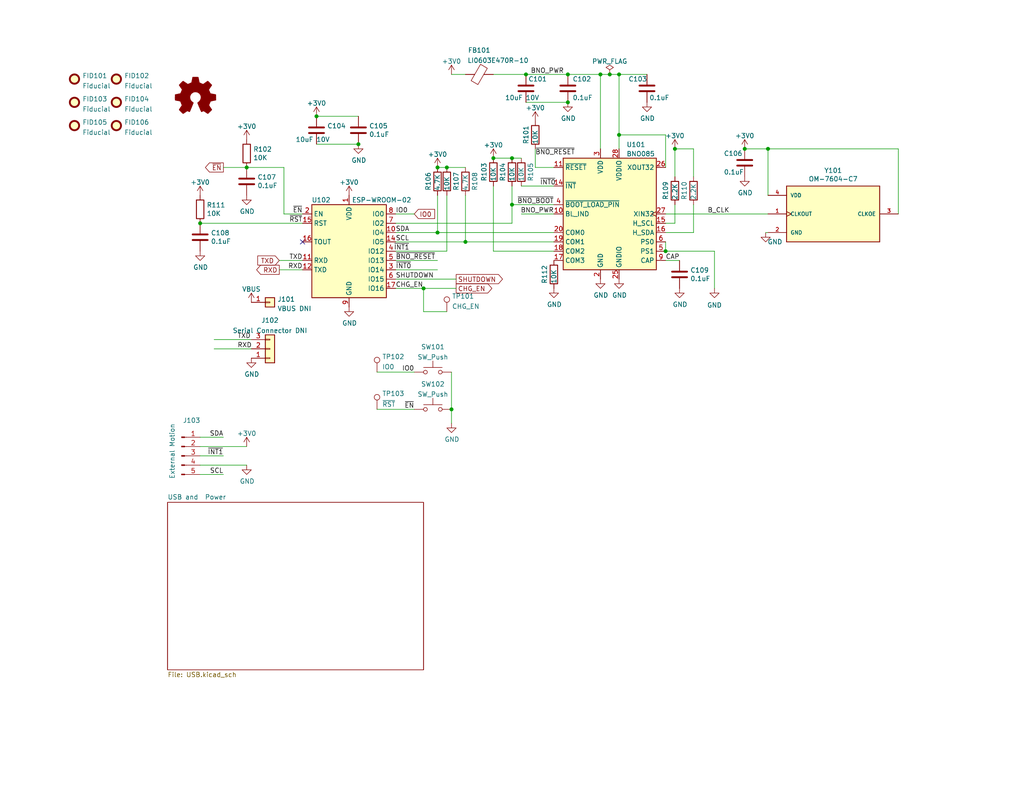
<source format=kicad_sch>
(kicad_sch (version 20211123) (generator eeschema)
  (paper "USLetter")
  (title_block (title "Slime VR Motion Tracker") (date "2022-03-20") (rev "0.97") (company "Copyright © 2022 Aaron Williams"))
  (lib_symbols
    (symbol "Aaron:OM-7604-C7" (pin_names (offset 1.016))
      (property "Reference" "Y" (at -12.7 8.89 0))
      (property "Value" "OM-7604-C7" (at -12.7254 -10.1854 0))
      (symbol "OM-7604-C7_0_0"
        (rectangle (start -12.7 -7.62) (end 12.7 7.62) (stroke (width 0.254)) (fill (type background)))
        (pin output clock (at 17.78 0 180) (length 5.08) (name "CLKOUT") (number "1"))
        (pin power_in line (at 17.78 -5.08 180) (length 5.08) (name "GND") (number "2"))
        (pin input line (at -17.78 0 0) (length 5.08) (name "CLKOE") (number "3"))
        (pin power_in line (at 17.78 5.08 180) (length 5.08) (name "VDD") (number "4"))
      )
    )
    (symbol "Connector:Conn_01x05_Male" (pin_names (offset 1.016) hide)
      (property "Reference" "J" (at 0 7.62 0))
      (property "Value" "Conn_01x05_Male" (at 0 -7.62 0))
      (symbol "Conn_01x05_Male_1_1"
        (polyline (pts (xy 1.27 -5.08) (xy 0.8636 -5.08)) (stroke (width 0.1524)))
        (polyline (pts (xy 1.27 -2.54) (xy 0.8636 -2.54)) (stroke (width 0.1524)))
        (polyline (pts (xy 1.27 0) (xy 0.8636 0)) (stroke (width 0.1524)))
        (polyline (pts (xy 1.27 2.54) (xy 0.8636 2.54)) (stroke (width 0.1524)))
        (polyline (pts (xy 1.27 5.08) (xy 0.8636 5.08)) (stroke (width 0.1524)))
        (rectangle (start 0.8636 -4.953) (end 0 -5.207) (stroke (width 0.1524)) (fill (type outline)))
        (rectangle (start 0.8636 -2.413) (end 0 -2.667) (stroke (width 0.1524)) (fill (type outline)))
        (rectangle (start 0.8636 0.127) (end 0 -0.127) (stroke (width 0.1524)) (fill (type outline)))
        (rectangle (start 0.8636 2.667) (end 0 2.413) (stroke (width 0.1524)) (fill (type outline)))
        (rectangle (start 0.8636 5.207) (end 0 4.953) (stroke (width 0.1524)) (fill (type outline)))
        (pin passive line (at 5.08 5.08 180) (length 3.81) (name "Pin_1") (number "1"))
        (pin passive line (at 5.08 2.54 180) (length 3.81) (name "Pin_2") (number "2"))
        (pin passive line (at 5.08 0 180) (length 3.81) (name "Pin_3") (number "3"))
        (pin passive line (at 5.08 -2.54 180) (length 3.81) (name "Pin_4") (number "4"))
        (pin passive line (at 5.08 -5.08 180) (length 3.81) (name "Pin_5") (number "5"))
      )
    )
    (symbol "Connector:TestPoint" (pin_numbers hide) (pin_names (offset 0.762) hide)
      (property "Reference" "TP" (at 0 6.858 0))
      (property "Value" "TestPoint" (at 0 5.08 0))
      (symbol "TestPoint_0_1"
        (circle (center 0 3.302) (radius 0.762))
      )
      (symbol "TestPoint_1_1"
        (pin passive line (at 0 0 90) (length 2.54) (name "1") (number "1"))
      )
    )
    (symbol "Connector_Generic:Conn_01x01" (pin_names (offset 1.016) hide)
      (property "Reference" "J" (at 0 2.54 0))
      (property "Value" "Conn_01x01" (at 0 -2.54 0))
      (symbol "Conn_01x01_1_1"
        (rectangle (start -1.27 0.127) (end 0 -0.127) (stroke (width 0.1524)))
        (rectangle (start -1.27 1.27) (end 1.27 -1.27) (stroke (width 0.254)) (fill (type background)))
        (pin passive line (at -5.08 0 0) (length 3.81) (name "Pin_1") (number "1"))
      )
    )
    (symbol "Connector_Generic:Conn_01x03" (pin_names (offset 1.016) hide)
      (property "Reference" "J" (at 0 5.08 0))
      (property "Value" "Conn_01x03" (at 0 -5.08 0))
      (symbol "Conn_01x03_1_1"
        (rectangle (start -1.27 -2.413) (end 0 -2.667) (stroke (width 0.1524)))
        (rectangle (start -1.27 0.127) (end 0 -0.127) (stroke (width 0.1524)))
        (rectangle (start -1.27 2.667) (end 0 2.413) (stroke (width 0.1524)))
        (rectangle (start -1.27 3.81) (end 1.27 -3.81) (stroke (width 0.254)) (fill (type background)))
        (pin passive line (at -5.08 2.54 0) (length 3.81) (name "Pin_1") (number "1"))
        (pin passive line (at -5.08 0 0) (length 3.81) (name "Pin_2") (number "2"))
        (pin passive line (at -5.08 -2.54 0) (length 3.81) (name "Pin_3") (number "3"))
      )
    )
    (symbol "Device:C" (pin_numbers hide) (pin_names (offset 0.254))
      (property "Reference" "C" (at 0.635 2.54 0))
      (property "Value" "C" (at 0.635 -2.54 0))
      (symbol "C_0_1"
        (polyline (pts (xy -2.032 -0.762) (xy 2.032 -0.762)) (stroke (width 0.508)))
        (polyline (pts (xy -2.032 0.762) (xy 2.032 0.762)) (stroke (width 0.508)))
      )
      (symbol "C_1_1"
        (pin passive line (at 0 3.81 270) (length 2.794) (name "~") (number "1"))
        (pin passive line (at 0 -3.81 90) (length 2.794) (name "~") (number "2"))
      )
    )
    (symbol "Device:FerriteBead" (pin_numbers hide) (pin_names (offset 0))
      (property "Reference" "FB" (at -3.81 0.635 90))
      (property "Value" "FerriteBead" (at 3.81 0 90))
      (symbol "FerriteBead_0_1"
        (polyline (pts (xy 0 -1.27) (xy 0 -1.2192)))
        (polyline (pts (xy 0 1.27) (xy 0 1.2954)))
        (polyline (pts (xy -2.7686 0.4064) (xy -1.7018 2.2606) (xy 2.7686 -0.3048) (xy 1.6764 -2.159) (xy -2.7686 0.4064)))
      )
      (symbol "FerriteBead_1_1"
        (pin passive line (at 0 3.81 270) (length 2.54) (name "~") (number "1"))
        (pin passive line (at 0 -3.81 90) (length 2.54) (name "~") (number "2"))
      )
    )
    (symbol "Device:R" (pin_numbers hide) (pin_names (offset 0))
      (property "Reference" "R" (at 2.032 0 90))
      (property "Value" "R" (at 0 0 90))
      (symbol "R_0_1"
        (rectangle (start -1.016 -2.54) (end 1.016 2.54) (stroke (width 0.254)))
      )
      (symbol "R_1_1"
        (pin passive line (at 0 3.81 270) (length 1.27) (name "~") (number "1"))
        (pin passive line (at 0 -3.81 90) (length 1.27) (name "~") (number "2"))
      )
    )
    (symbol "Graphic:Logo_Open_Hardware_Small" (pin_names (offset 1.016))
      (symbol "Logo_Open_Hardware_Small_0_1"
        (polyline (pts (xy 3.3528 -4.3434) (xy 3.302 -4.318) (xy 3.175 -4.2418) (xy 2.9972 -4.1148) (xy 2.7686 -3.9624) (xy 2.54 -3.81) (xy 2.3622 -3.7084) (xy 2.2352 -3.6068) (xy 2.1844 -3.5814) (xy 2.159 -3.6068) (xy 2.0574 -3.6576) (xy 1.905 -3.7338) (xy 1.8034 -3.7846) (xy 1.6764 -3.8354) (xy 1.6002 -3.8354) (xy 1.6002 -3.8354) (xy 1.5494 -3.7338) (xy 1.4732 -3.5306) (xy 1.3462 -3.302) (xy 1.2446 -3.0226) (xy 1.1176 -2.7178) (xy 0.9652 -2.413) (xy 0.8636 -2.1082) (xy 0.7366 -1.8288) (xy 0.6604 -1.6256) (xy 0.6096 -1.4732) (xy 0.5842 -1.397) (xy 0.5842 -1.397) (xy 0.6604 -1.3208) (xy 0.7874 -1.2446) (xy 1.0414 -1.016) (xy 1.2954 -0.6858) (xy 1.4478 -0.3302) (xy 1.524 0.0762) (xy 1.4732 0.4572) (xy 1.3208 0.8128) (xy 1.0668 1.143) (xy 0.762 1.3716) (xy 0.4064 1.524) (xy 0 1.5748) (xy -0.381 1.5494) (xy -0.7366 1.397) (xy -1.0668 1.143) (xy -1.2192 0.9906) (xy -1.397 0.6604) (xy -1.524 0.3048) (xy -1.524 0.2286) (xy -1.4986 -0.1778) (xy -1.397 -0.5334) (xy -1.1938 -0.8636) (xy -0.9144 -1.143) (xy -0.8636 -1.1684) (xy -0.7366 -1.27) (xy -0.635 -1.3462) (xy -0.5842 -1.397) (xy -1.0668 -2.5908) (xy -1.143 -2.794) (xy -1.2954 -3.1242) (xy -1.397 -3.4036) (xy -1.4986 -3.6322) (xy -1.5748 -3.7846) (xy -1.6002 -3.8354) (xy -1.6002 -3.8354) (xy -1.651 -3.8354) (xy -1.7272 -3.81) (xy -1.905 -3.7338) (xy -2.0066 -3.683) (xy -2.1336 -3.6068) (xy -2.2098 -3.5814) (xy -2.2606 -3.6068) (xy -2.3622 -3.683) (xy -2.54 -3.81) (xy -2.7686 -3.9624) (xy -2.9718 -4.0894) (xy -3.1496 -4.2164) (xy -3.302 -4.318) (xy -3.3528 -4.3434) (xy -3.3782 -4.3434) (xy -3.429 -4.318) (xy -3.5306 -4.2164) (xy -3.7084 -4.064) (xy -3.937 -3.8354) (xy -3.9624 -3.81) (xy -4.1656 -3.6068) (xy -4.318 -3.4544) (xy -4.4196 -3.3274) (xy -4.445 -3.2766) (xy -4.445 -3.2766) (xy -4.4196 -3.2258) (xy -4.318 -3.0734) (xy -4.2164 -2.8956) (xy -4.064 -2.667) (xy -3.6576 -2.0828) (xy -3.8862 -1.5494) (xy -3.937 -1.3716) (xy -4.0386 -1.1684) (xy -4.0894 -1.0414) (xy -4.1148 -0.9652) (xy -4.191 -0.9398) (xy -4.318 -0.9144) (xy -4.5466 -0.8636) (xy -4.8006 -0.8128) (xy -5.0546 -0.7874) (xy -5.2578 -0.7366) (xy -5.4356 -0.7112) (xy -5.5118 -0.6858) (xy -5.5118 -0.6858) (xy -5.5372 -0.635) (xy -5.5372 -0.5588) (xy -5.5372 -0.4318) (xy -5.5626 -0.2286) (xy -5.5626 0.0762) (xy -5.5626 0.127) (xy -5.5372 0.4064) (xy -5.5372 0.635) (xy -5.5372 0.762) (xy -5.5372 0.8382) (xy -5.5372 0.8382) (xy -5.461 0.8382) (xy -5.3086 0.889) (xy -5.08 0.9144) (xy -4.826 0.9652) (xy -4.8006 0.9906) (xy -4.5466 1.0414) (xy -4.318 1.0668) (xy -4.1656 1.1176) (xy -4.0894 1.143) (xy -4.0894 1.143) (xy -4.0386 1.2446) (xy -3.9624 1.4224) (xy -3.8608 1.6256) (xy -3.7846 1.8288) (xy -3.7084 2.0066) (xy -3.6576 2.159) (xy -3.6322 2.2098) (xy -3.6322 2.2098) (xy -3.683 2.286) (xy -3.7592 2.413) (xy -3.8862 2.5908) (xy -4.064 2.8194) (xy -4.064 2.8448) (xy -4.2164 3.0734) (xy -4.3434 3.2512) (xy -4.4196 3.3782) (xy -4.445 3.4544) (xy -4.445 3.4544) (xy -4.3942 3.5052) (xy -4.2926 3.6322) (xy -4.1148 3.81) (xy -3.937 4.0132) (xy -3.8608 4.064) (xy -3.6576 4.2926) (xy -3.5052 4.4196) (xy -3.4036 4.4958) (xy -3.3528 4.5212) (xy -3.3528 4.5212) (xy -3.302 4.4704) (xy -3.1496 4.3688) (xy -2.9718 4.2418) (xy -2.7432 4.0894) (xy -2.7178 4.0894) (xy -2.4892 3.937) (xy -2.3114 3.81) (xy -2.1844 3.7084) (xy -2.1336 3.683) (xy -2.1082 3.683) (xy -2.032 3.7084) (xy -1.8542 3.7592) (xy -1.6764 3.8354) (xy -1.4732 3.937) (xy -1.27 4.0132) (xy -1.143 4.064) (xy -1.0668 4.1148) (xy -1.0668 4.1148) (xy -1.0414 4.191) (xy -1.016 4.3434) (xy -0.9652 4.572) (xy -0.9144 4.8514) (xy -0.889 4.9022) (xy -0.8382 5.1562) (xy -0.8128 5.3848) (xy -0.7874 5.5372) (xy -0.762 5.588) (xy -0.7112 5.6134) (xy -0.5842 5.6134) (xy -0.4064 5.6134) (xy -0.1524 5.6134) (xy 0.0762 5.6134) (xy 0.3302 5.6134) (xy 0.5334 5.6134) (xy 0.6858 5.588) (xy 0.7366 5.588) (xy 0.7366 5.588) (xy 0.762 5.5118) (xy 0.8128 5.334) (xy 0.8382 5.1054) (xy 0.9144 4.826) (xy 0.9144 4.7752) (xy 0.9652 4.5212) (xy 1.016 4.2926) (xy 1.0414 4.1402) (xy 1.0668 4.0894) (xy 1.0668 4.0894) (xy 1.1938 4.0386) (xy 1.3716 3.9624) (xy 1.5748 3.8608) (xy 2.0828 3.6576) (xy 2.7178 4.0894) (xy 2.7686 4.1402) (xy 2.9972 4.2926) (xy 3.175 4.4196) (xy 3.302 4.4958) (xy 3.3782 4.5212) (xy 3.3782 4.5212) (xy 3.429 4.4704) (xy 3.556 4.3434) (xy 3.7338 4.191) (xy 3.9116 3.9878) (xy 4.064 3.8354) (xy 4.2418 3.6576) (xy 4.3434 3.556) (xy 4.4196 3.4798) (xy 4.4196 3.429) (xy 4.4196 3.4036) (xy 4.3942 3.3274) (xy 4.2926 3.2004) (xy 4.1656 2.9972) (xy 4.0132 2.794) (xy 3.8862 2.5908) (xy 3.7592 2.3876) (xy 3.6576 2.2352) (xy 3.6322 2.159) (xy 3.6322 2.1336) (xy 3.683 2.0066) (xy 3.7592 1.8288) (xy 3.8608 1.6002) (xy 4.064 1.1176) (xy 4.3942 1.0414) (xy 4.5974 1.016) (xy 4.8768 0.9652) (xy 5.1308 0.9144) (xy 5.5372 0.8382) (xy 5.5626 -0.6604) (xy 5.4864 -0.6858) (xy 5.4356 -0.6858) (xy 5.2832 -0.7366) (xy 5.0546 -0.762) (xy 4.8006 -0.8128) (xy 4.5974 -0.8636) (xy 4.3688 -0.9144) (xy 4.2164 -0.9398) (xy 4.1402 -0.9398) (xy 4.1148 -0.9652) (xy 4.064 -1.0668) (xy 3.9878 -1.2446) (xy 3.9116 -1.4478) (xy 3.81 -1.651) (xy 3.7338 -1.8542) (xy 3.683 -2.0066) (xy 3.6576 -2.0828) (xy 3.683 -2.1336) (xy 3.7846 -2.2606) (xy 3.8862 -2.4638) (xy 4.0386 -2.667) (xy 4.191 -2.8956) (xy 4.318 -3.0734) (xy 4.3942 -3.2004) (xy 4.445 -3.2766) (xy 4.4196 -3.3274) (xy 4.3434 -3.429) (xy 4.1656 -3.5814) (xy 3.937 -3.8354) (xy 3.8862 -3.8608) (xy 3.683 -4.064) (xy 3.5306 -4.2164) (xy 3.4036 -4.318) (xy 3.3528 -4.3434)) (fill (type outline)))
      )
    )
    (symbol "Mechanical:Fiducial"
      (property "Reference" "FID" (at 0 5.08 0))
      (property "Value" "Fiducial" (at 0 3.175 0))
      (symbol "Fiducial_0_1"
        (circle (center 0 0) (radius 1.27) (stroke (width 0.508)) (fill (type background)))
      )
    )
    (symbol "RF_Module:ESP-WROOM-02"
      (property "Reference" "U" (at -7.62 13.97 0))
      (property "Value" "ESP-WROOM-02" (at 10.16 13.97 0))
      (symbol "ESP-WROOM-02_0_1"
        (rectangle (start 10.16 12.7) (end -10.16 -12.7) (stroke (width 0.254)) (fill (type background)))
      )
      (symbol "ESP-WROOM-02_1_1"
        (pin power_in line (at 0 15.24 270) (length 2.54) (name "VDD") (number "1"))
        (pin bidirectional line (at 12.7 5.08 180) (length 2.54) (name "IO4") (number "10"))
        (pin bidirectional line (at -12.7 -2.54 0) (length 2.54) (name "RXD") (number "11"))
        (pin bidirectional line (at -12.7 -5.08 0) (length 2.54) (name "TXD") (number "12"))
        (pin passive line (at 0 -15.24 90) (length 2.54) hide (name "GND") (number "13"))
        (pin bidirectional line (at 12.7 2.54 180) (length 2.54) (name "IO5") (number "14"))
        (pin input line (at -12.7 7.62 0) (length 2.54) (name "RST") (number "15"))
        (pin input line (at -12.7 2.54 0) (length 2.54) (name "TOUT") (number "16"))
        (pin bidirectional line (at 12.7 -10.16 180) (length 2.54) (name "IO16") (number "17"))
        (pin passive line (at 0 -15.24 90) (length 2.54) hide (name "GND") (number "18"))
        (pin passive line (at 0 -15.24 90) (length 2.54) hide (name "GND") (number "19"))
        (pin input line (at -12.7 10.16 0) (length 2.54) (name "EN") (number "2"))
        (pin bidirectional line (at 12.7 -5.08 180) (length 2.54) (name "IO14") (number "3"))
        (pin bidirectional line (at 12.7 0 180) (length 2.54) (name "IO12") (number "4"))
        (pin bidirectional line (at 12.7 -2.54 180) (length 2.54) (name "IO13") (number "5"))
        (pin bidirectional line (at 12.7 -7.62 180) (length 2.54) (name "IO15") (number "6"))
        (pin bidirectional line (at 12.7 7.62 180) (length 2.54) (name "IO2") (number "7"))
        (pin bidirectional line (at 12.7 10.16 180) (length 2.54) (name "IO0") (number "8"))
        (pin power_in line (at 0 -15.24 90) (length 2.54) (name "GND") (number "9"))
      )
    )
    (symbol "Sensor_Motion:BNO080"
      (property "Reference" "U301" (at 6.985 19.05 0))
      (property "Value" "BNO080" (at 7.62 16.51 0))
      (symbol "BNO080_0_1"
        (rectangle (start -12.7 15.24) (end 12.7 -15.24) (stroke (width 0.254)) (fill (type background)))
      )
      (symbol "BNO080_1_1"
        (pin no_connect line (at -15.24 10.16 0) (length 2.54) hide (name "PIN1") (number "1"))
        (pin input line (at -15.24 0 0) (length 2.54) (name "BL_IND") (number "10"))
        (pin input line (at -15.24 12.7 0) (length 2.54) (name "~{RESET}") (number "11"))
        (pin no_connect line (at 15.24 10.16 180) (length 2.54) hide (name "NC") (number "12"))
        (pin no_connect line (at 15.24 7.62 180) (length 2.54) hide (name "NC") (number "13"))
        (pin open_collector line (at -15.24 7.62 0) (length 2.54) (name "~{INT}") (number "14"))
        (pin bidirectional line (at 15.24 -2.54 180) (length 2.54) (name "H_SCL") (number "15"))
        (pin bidirectional line (at 15.24 -5.08 180) (length 2.54) (name "H_SDA") (number "16"))
        (pin input line (at -15.24 -12.7 0) (length 2.54) (name "COM3") (number "17"))
        (pin bidirectional line (at -15.24 -10.16 0) (length 2.54) (name "COM2") (number "18"))
        (pin bidirectional line (at -15.24 -7.62 0) (length 2.54) (name "COM1") (number "19"))
        (pin power_in line (at -2.54 -17.78 90) (length 2.54) (name "GND") (number "2"))
        (pin bidirectional line (at -15.24 -5.08 0) (length 2.54) (name "COM0") (number "20"))
        (pin no_connect line (at 15.24 5.08 180) (length 2.54) hide (name "NC") (number "21"))
        (pin no_connect line (at 15.24 2.54 180) (length 2.54) hide (name "NC") (number "22"))
        (pin no_connect line (at -1.27 -2.54 180) (length 2.54) hide (name "NC") (number "23"))
        (pin no_connect line (at -1.27 -5.08 180) (length 2.54) hide (name "NC") (number "24"))
        (pin power_in line (at 2.54 -17.78 90) (length 2.54) (name "GNDIO") (number "25"))
        (pin passive line (at 15.24 12.7 180) (length 2.54) (name "XOUT32") (number "26"))
        (pin input clock (at 15.24 0 180) (length 2.54) (name "XIN32") (number "27"))
        (pin power_in line (at 2.54 17.78 270) (length 2.54) (name "VDDIO") (number "28"))
        (pin power_in line (at -2.54 17.78 270) (length 2.54) (name "VDD") (number "3"))
        (pin input line (at -15.24 2.54 0) (length 2.54) (name "~{BOOT_LOAD_PIN}") (number "4"))
        (pin input line (at 15.24 -10.16 180) (length 2.54) (name "PS1") (number "5"))
        (pin input line (at 15.24 -7.62 180) (length 2.54) (name "PS0") (number "6"))
        (pin no_connect line (at -15.24 5.08 0) (length 2.54) hide (name "PIN7") (number "7"))
        (pin no_connect line (at -15.24 -2.54 0) (length 2.54) hide (name "PIN8") (number "8"))
        (pin passive line (at 15.24 -12.7 180) (length 2.54) (name "CAP") (number "9"))
      )
    )
    (symbol "Switch:SW_Push" (pin_numbers hide) (pin_names (offset 1.016) hide)
      (property "Reference" "SW" (at 1.27 2.54 0))
      (property "Value" "SW_Push" (at 0 -1.524 0))
      (symbol "SW_Push_0_1"
        (circle (center -2.032 0) (radius 0.508))
        (polyline (pts (xy 0 1.27) (xy 0 3.048)))
        (polyline (pts (xy 2.54 1.27) (xy -2.54 1.27)))
        (circle (center 2.032 0) (radius 0.508))
        (pin passive line (at -5.08 0 0) (length 2.54) (name "1") (number "1"))
        (pin passive line (at 5.08 0 180) (length 2.54) (name "2") (number "2"))
      )
    )
    (symbol "power:+3V0" (power) (pin_names (offset 0))
      (property "Value" "+3V0" (at 0 3.556 0))
      (symbol "+3V0_0_1"
        (polyline (pts (xy -0.762 1.27) (xy 0 2.54)))
        (polyline (pts (xy 0 0) (xy 0 2.54)))
        (polyline (pts (xy 0 2.54) (xy 0.762 1.27)))
      )
      (symbol "+3V0_1_1"
        (pin power_in line (at 0 0 90) (length 0) hide (name "+3V0") (number "1"))
      )
    )
    (symbol "power:GND" (power) (pin_names (offset 0))
      (property "Value" "GND" (at 0 -3.81 0))
      (symbol "GND_0_1"
        (polyline (pts (xy 0 0) (xy 0 -1.27) (xy 1.27 -1.27) (xy 0 -2.54) (xy -1.27 -1.27) (xy 0 -1.27)))
      )
      (symbol "GND_1_1"
        (pin power_in line (at 0 0 270) (length 0) hide (name "GND") (number "1"))
      )
    )
    (symbol "power:PWR_FLAG" (power) (pin_numbers hide) (pin_names (offset 0) hide)
      (property "Value" "PWR_FLAG" (at 0 3.81 0))
      (symbol "PWR_FLAG_0_0"
        (pin power_out line (at 0 0 90) (length 0) (name "pwr") (number "1"))
      )
      (symbol "PWR_FLAG_0_1"
        (polyline (pts (xy 0 0) (xy 0 1.27) (xy -1.016 1.905) (xy 0 2.54) (xy 1.016 1.905) (xy 0 1.27)))
      )
    )
    (symbol "power:VBUS" (power) (pin_names (offset 0))
      (property "Value" "VBUS" (at 0 3.81 0))
      (symbol "VBUS_0_1"
        (polyline (pts (xy -0.762 1.27) (xy 0 2.54)))
        (polyline (pts (xy 0 0) (xy 0 2.54)))
        (polyline (pts (xy 0 2.54) (xy 0.762 1.27)))
      )
      (symbol "VBUS_1_1"
        (pin power_in line (at 0 0 90) (length 0) hide (name "VBUS") (number "1"))
      )
    )
  )
  (junction (at 209.55 40.64))
  (junction (at 143.51 20.32))
  (junction (at 154.94 27.94))
  (junction (at 86.36 31.75))
  (junction (at 97.79 39.37))
  (junction (at 139.7 55.88))
  (junction (at 139.7 43.18))
  (junction (at 54.61 60.96))
  (junction (at 119.38 63.5))
  (junction (at 168.91 36.83))
  (junction (at 166.37 20.32))
  (junction (at 163.83 20.32))
  (junction (at 127 66.04))
  (junction (at 123.19 111.76))
  (junction (at 154.94 20.32))
  (junction (at 115.57 78.74))
  (junction (at 168.91 20.32))
  (junction (at 184.15 40.64))
  (junction (at 119.38 45.72))
  (junction (at 181.61 68.58))
  (junction (at 121.92 45.72))
  (junction (at 67.31 45.72))
  (junction (at 203.2 40.64))
  (junction (at 134.62 43.18))
  (no_connect (at 82.55 66.04))
  (wire (pts (xy 146.05 45.72) (xy 151.13 45.72)))
  (wire (pts (xy 86.36 39.37) (xy 97.79 39.37)))
  (wire (pts (xy 107.95 78.74) (xy 115.57 78.74)))
  (wire (pts (xy 77.47 58.42) (xy 82.55 58.42)))
  (wire (pts (xy 181.61 58.42) (xy 209.55 58.42)))
  (wire (pts (xy 151.13 63.5) (xy 119.38 63.5)))
  (wire (pts (xy 107.95 71.12) (xy 119.38 71.12)))
  (wire (pts (xy 168.91 20.32) (xy 176.53 20.32)))
  (wire (pts (xy 60.96 124.46) (xy 54.61 124.46)))
  (wire (pts (xy 76.2 73.66) (xy 82.55 73.66)))
  (wire (pts (xy 181.61 68.58) (xy 194.945 68.58)))
  (wire (pts (xy 181.61 36.83) (xy 168.91 36.83)))
  (wire (pts (xy 184.15 40.64) (xy 184.15 48.26)))
  (wire (pts (xy 184.15 55.88) (xy 184.15 60.96)))
  (wire (pts (xy 115.57 78.74) (xy 124.46 78.74)))
  (wire (pts (xy 54.61 129.54) (xy 60.96 129.54)))
  (wire (pts (xy 151.13 55.88) (xy 139.7 55.88)))
  (wire (pts (xy 107.95 60.96) (xy 139.7 60.96)))
  (wire (pts (xy 102.87 111.76) (xy 113.03 111.76)))
  (wire (pts (xy 102.87 101.6) (xy 113.03 101.6)))
  (wire (pts (xy 163.83 20.32) (xy 163.83 40.64)))
  (wire (pts (xy 163.83 20.32) (xy 166.37 20.32)))
  (wire (pts (xy 123.19 111.76) (xy 123.19 115.57)))
  (wire (pts (xy 107.95 58.42) (xy 113.03 58.42)))
  (wire (pts (xy 203.2 40.64) (xy 209.55 40.64)))
  (wire (pts (xy 54.61 60.96) (xy 82.55 60.96)))
  (wire (pts (xy 143.51 27.94) (xy 154.94 27.94)))
  (wire (pts (xy 181.61 63.5) (xy 189.23 63.5)))
  (wire (pts (xy 58.42 92.71) (xy 68.58 92.71)))
  (wire (pts (xy 184.15 40.64) (xy 189.23 40.64)))
  (wire (pts (xy 107.95 76.2) (xy 124.46 76.2)))
  (wire (pts (xy 54.61 121.92) (xy 67.31 121.92)))
  (wire (pts (xy 181.61 66.04) (xy 181.61 68.58)))
  (wire (pts (xy 166.37 20.32) (xy 168.91 20.32)))
  (wire (pts (xy 115.57 85.09) (xy 115.57 78.74)))
  (wire (pts (xy 107.95 66.04) (xy 127 66.04)))
  (wire (pts (xy 168.91 36.83) (xy 168.91 40.64)))
  (wire (pts (xy 209.55 63.5) (xy 208.915 63.5)))
  (wire (pts (xy 121.92 53.34) (xy 121.92 68.58)))
  (wire (pts (xy 119.38 45.72) (xy 121.92 45.72)))
  (wire (pts (xy 134.62 20.32) (xy 143.51 20.32)))
  (wire (pts (xy 154.94 20.32) (xy 163.83 20.32)))
  (wire (pts (xy 139.7 60.96) (xy 139.7 55.88)))
  (wire (pts (xy 185.42 71.12) (xy 181.61 71.12)))
  (wire (pts (xy 67.31 45.72) (xy 77.47 45.72)))
  (wire (pts (xy 146.05 45.72) (xy 146.05 40.64)))
  (wire (pts (xy 121.92 85.09) (xy 115.57 85.09)))
  (wire (pts (xy 194.945 68.58) (xy 194.945 78.74)))
  (wire (pts (xy 82.55 71.12) (xy 76.2 71.12)))
  (wire (pts (xy 189.23 48.26) (xy 189.23 40.64)))
  (wire (pts (xy 107.95 68.58) (xy 121.92 68.58)))
  (wire (pts (xy 181.61 60.96) (xy 184.15 60.96)))
  (wire (pts (xy 139.7 43.18) (xy 142.24 43.18)))
  (wire (pts (xy 58.42 95.25) (xy 68.58 95.25)))
  (wire (pts (xy 142.24 58.42) (xy 151.13 58.42)))
  (wire (pts (xy 127 66.04) (xy 151.13 66.04)))
  (wire (pts (xy 107.95 73.66) (xy 119.38 73.66)))
  (wire (pts (xy 123.19 101.6) (xy 123.19 111.76)))
  (wire (pts (xy 86.36 31.75) (xy 97.79 31.75)))
  (wire (pts (xy 54.61 119.38) (xy 60.96 119.38)))
  (wire (pts (xy 209.55 40.64) (xy 209.55 53.34)))
  (wire (pts (xy 60.96 45.72) (xy 67.31 45.72)))
  (wire (pts (xy 121.92 45.72) (xy 127 45.72)))
  (wire (pts (xy 77.47 45.72) (xy 77.47 58.42)))
  (wire (pts (xy 142.24 50.8) (xy 151.13 50.8)))
  (wire (pts (xy 119.38 53.34) (xy 119.38 63.5)))
  (wire (pts (xy 123.19 20.32) (xy 127 20.32)))
  (wire (pts (xy 143.51 20.32) (xy 154.94 20.32)))
  (wire (pts (xy 139.7 55.88) (xy 139.7 50.8)))
  (wire (pts (xy 127 66.04) (xy 127 53.34)))
  (wire (pts (xy 245.11 40.64) (xy 245.11 58.42)))
  (wire (pts (xy 134.62 50.8) (xy 134.62 68.58)))
  (wire (pts (xy 107.95 63.5) (xy 119.38 63.5)))
  (wire (pts (xy 54.61 127) (xy 67.31 127)))
  (wire (pts (xy 209.55 40.64) (xy 245.11 40.64)))
  (wire (pts (xy 134.62 43.18) (xy 139.7 43.18)))
  (wire (pts (xy 134.62 68.58) (xy 151.13 68.58)))
  (wire (pts (xy 168.91 20.32) (xy 168.91 36.83)))
  (wire (pts (xy 181.61 36.83) (xy 181.61 45.72)))
  (wire (pts (xy 189.23 63.5) (xy 189.23 55.88)))
  (label "~{EN}" (at 113.03 111.76 180))
  (label "IO0" (at 113.03 101.6 180))
  (label "TXD" (at 82.55 71.12 180))
  (label "SCL" (at 107.95 66.04 0))
  (label "~{RST}" (at 82.55 60.96 180))
  (label "IO0" (at 107.95 58.42 0))
  (label "~{INT1}" (at 111.76 68.58 180))
  (label "BNO_PWR" (at 151.13 58.42 180))
  (label "CAP" (at 181.61 71.12 0))
  (label "SDA" (at 107.95 63.5 0))
  (label "~{EN}" (at 82.55 58.42 180))
  (label "SHUTDOWN" (at 107.95 76.2 0))
  (label "~{BNO_RESET}" (at 146.05 42.545 0))
  (label "BNO_PWR" (at 144.78 20.32 0))
  (label "SCL" (at 60.96 129.54 180))
  (label "~{BNO_RESET}" (at 107.95 71.12 0))
  (label "~{BNO_BOOT}" (at 151.13 55.88 180))
  (label "~{INT0}" (at 147.32 50.8 0))
  (label "RXD" (at 82.55 73.66 180))
  (label "CHG_EN" (at 107.95 78.74 0))
  (label "~{INT0}" (at 107.95 73.66 0))
  (label "SDA" (at 60.96 119.38 180))
  (label "B_CLK" (at 193.04 58.42 0))
  (label "~{INT1}" (at 60.96 124.46 180))
  (label "TXD" (at 64.77 92.71 0))
  (label "RXD" (at 64.77 95.25 0))
  (global_label "RXD" (shape output) (at 76.2 73.66 180) (property "Intersheet References" "${INTERSHEET_REFS}" (effects hide)))
  (global_label "CHG_EN" (shape output) (at 124.46 78.74 0) (property "Intersheet References" "${INTERSHEET_REFS}" (effects hide)))
  (global_label "IO0" (shape input) (at 113.03 58.42 0) (property "Intersheet References" "${INTERSHEET_REFS}" (effects hide)))
  (global_label "SHUTDOWN" (shape output) (at 124.46 76.2 0) (property "Intersheet References" "${INTERSHEET_REFS}" (effects hide)))
  (global_label "TXD" (shape input) (at 76.2 71.12 180) (property "Intersheet References" "${INTERSHEET_REFS}" (effects hide)))
  (global_label "~{EN}" (shape output) (at 60.96 45.72 180) (property "Intersheet References" "${INTERSHEET_REFS}" (effects hide)))
  (symbol (lib_id "RF_Module:ESP-WROOM-02") (at 95.25 68.58 0) (unit 1)
    (property "Reference" "U102" (at 87.63 54.61 0))
    (property "Value" "ESP-WROOM-02" (at 104.14 54.61 0))
    (property "Footprint" "RF_Module:ESP-WROOM-02" (effects hide))
    (property "Datasheet" "https://www.espressif.com/sites/default/files/documentation/0c-esp-wroom-02_datasheet_en.pdf" (effects hide))
    (property "MFR" "Espressif Systems" (effects hide))
    (property "MPN" "ESP-WROOM-02D (4MB)" (effects hide))
    (property "SPR" "Digikey" (effects hide))
    (property "SPN" "1965-ESP-WROOM-02D(4MB)CT-ND" (effects hide))
    (property "SPURL" "https://www.digikey.com/en/products/detail/espressif-systems/ESP-WROOM-02D-4MB/10259353" (effects hide))
    (property "DESC" "WiFi 802.11b/g/n Transceiver Module 2.4GHz ~ 2.5GHz Integrated, Trace Surface Mount" (effects hide))
    (property "MANUFACTURER" "Espressif Systems" (effects hide))
  )
  (symbol (lib_id "Device:R") (at 119.38 49.53 0) (unit 1)
    (property "Reference" "R106" (at 116.84 52.07 90) (effects (justify left)))
    (property "Value" "4.7K" (at 119.38 52.07 90) (effects (justify left)))
    (property "Footprint" "Resistor_SMD:R_0603_1608Metric" (effects hide))
    (property "MFR" "Yageo" (effects hide))
    (property "MPN" "RC0603FR-074K7L" (effects hide))
    (property "SPR" "Digikey" (effects hide))
    (property "SPN" "311-4.70KHRCT-ND" (effects hide))
    (property "SPURL" "https://www.digikey.com/en/products/detail/yageo/RC0603FR-074K7L/727212" (effects hide))
    (property "DESC" "4.7 kOhms ±1% 0.1W, 1/10W Chip Resistor 0603 (1608 Metric) Moisture Resistant Thick Film" (effects hide))
    (property "MANUFACTURER" "YAGEO" (effects hide))
  )
  (symbol (lib_id "power:GND") (at 95.25 83.82 0) (unit 1)
    (property "Reference" "#PWR0123" (effects hide))
    (property "Value" "GND" (at 95.377 88.2142 0))
  )
  (symbol (lib_id "Device:R") (at 54.61 57.15 0) (unit 1)
    (property "Reference" "R111" (at 56.388 55.9816 0) (effects (justify left)))
    (property "Value" "10K" (at 56.388 58.293 0) (effects (justify left)))
    (property "Footprint" "Resistor_SMD:R_0603_1608Metric" (effects hide))
    (property "MFR" "Yageo" (effects hide))
    (property "MPN" "RC0603FR-0710KL" (effects hide))
    (property "SPR" "Digikey" (effects hide))
    (property "SPN" "311-10.0KHRCT-ND" (effects hide))
    (property "SPURL" "https://www.digikey.com/en/products/detail/yageo/RC0603FR-0710KL/2827570" (effects hide))
    (property "DESC" "10 kOhms ±1% 0.1W, 1/10W Chip Resistor 0603 (1608 Metric) Moisture Resistant Thick Film" (effects hide))
    (property "MANUFACTURER" "YAGEO" (effects hide))
  )
  (symbol (lib_id "Device:C") (at 54.61 64.77 0) (unit 1)
    (property "Reference" "C108" (at 57.531 63.6016 0) (effects (justify left)))
    (property "Value" "0.1uF" (at 57.531 65.913 0) (effects (justify left)))
    (property "Footprint" "Capacitor_SMD:C_0603_1608Metric" (effects hide))
    (property "MFR" "KEMET" (effects hide))
    (property "MPN" "C0603C104M3RAC7867" (effects hide))
    (property "SPR" "Digikey" (effects hide))
    (property "SPN" "399-C0603C104M3RAC7867CT-ND" (effects hide))
    (property "SPURL" "https://www.digikey.com/en/products/detail/kemet/C0603C104M3RAC7867/416046" (effects hide))
    (property "DESC" "0.1 µF ±20% 25V Ceramic Capacitor X7R 0603 (1608 Metric)" (effects hide))
    (property "MANUFACTURER" "KEMET" (effects hide))
  )
  (symbol (lib_id "power:GND") (at 54.61 68.58 0) (unit 1)
    (property "Reference" "#PWR0117" (effects hide))
    (property "Value" "GND" (at 54.737 72.9742 0))
  )
  (symbol (lib_id "Device:R") (at 67.31 41.91 0) (unit 1)
    (property "Reference" "R102" (at 69.088 40.7416 0) (effects (justify left)))
    (property "Value" "10K" (at 69.088 43.053 0) (effects (justify left)))
    (property "Footprint" "Resistor_SMD:R_0603_1608Metric" (effects hide))
    (property "MFR" "Yageo" (effects hide))
    (property "MPN" "RC0603FR-0710KL" (effects hide))
    (property "SPR" "Digikey" (effects hide))
    (property "SPN" "311-10.0KHRCT-ND" (effects hide))
    (property "SPURL" "https://www.digikey.com/en/products/detail/yageo/RC0603FR-0710KL/2827570" (effects hide))
    (property "DESC" "10 kOhms ±1% 0.1W, 1/10W Chip Resistor 0603 (1608 Metric) Moisture Resistant Thick Film" (effects hide))
    (property "MANUFACTURER" "YAGEO" (effects hide))
  )
  (symbol (lib_id "Device:C") (at 97.79 35.56 0) (unit 1)
    (property "Reference" "C105" (at 100.711 34.3916 0) (effects (justify left)))
    (property "Value" "0.1uF" (at 100.711 36.703 0) (effects (justify left)))
    (property "Footprint" "Capacitor_SMD:C_0603_1608Metric" (effects hide))
    (property "MFR" "KEMET" (effects hide))
    (property "MPN" "C0603C104M3RAC7867" (effects hide))
    (property "SPR" "Digikey" (effects hide))
    (property "SPN" "399-C0603C104M3RAC7867CT-ND" (effects hide))
    (property "SPURL" "https://www.digikey.com/en/products/detail/kemet/C0603C104M3RAC7867/416046" (effects hide))
    (property "DESC" "0.1 µF ±20% 25V Ceramic Capacitor X7R 0603 (1608 Metric)" (effects hide))
    (property "MANUFACTURER" "KEMET" (effects hide))
  )
  (symbol (lib_id "Device:C") (at 86.36 35.56 0) (unit 1)
    (property "Reference" "C104" (at 89.281 34.3916 0) (effects (justify left)))
    (property "Value" "10uF 10V" (at 80.645 38.1 0) (effects (justify left)))
    (property "Footprint" "Capacitor_SMD:C_0603_1608Metric" (effects hide))
    (property "MFR" "Samsung Electro-Mechanics" (effects hide))
    (property "MPN" "CL10A106MP8NNNC" (effects hide))
    (property "SPR" "Digikey" (effects hide))
    (property "SPN" "1276-1871-1-ND" (effects hide))
    (property "SPURL" "https://www.digikey.com/en/products/detail/samsung-electro-mechanics/CL10A106MP8NNNC/3887529" (effects hide))
    (property "DESC" "10 µF ±20% 10V Ceramic Capacitor X5R 0603 (1608 Metric)" (effects hide))
    (property "MANUFACTURER" "Samsung Electro-Mechanics" (effects hide))
  )
  (symbol (lib_id "power:GND") (at 97.79 39.37 0) (unit 1)
    (property "Reference" "#PWR0108" (effects hide))
    (property "Value" "GND" (at 97.917 43.7642 0))
  )
  (symbol (lib_id "Device:C") (at 154.94 24.13 0) (unit 1)
    (property "Reference" "C102" (at 156.21 21.59 0) (effects (justify left)))
    (property "Value" "0.1uF" (at 156.21 26.67 0) (effects (justify left)))
    (property "Footprint" "Capacitor_SMD:C_0603_1608Metric" (effects hide))
    (property "MFR" "KEMET" (effects hide))
    (property "MPN" "C0603C104M3RAC7867" (effects hide))
    (property "SPR" "Digikey" (effects hide))
    (property "SPN" "399-C0603C104M3RAC7867CT-ND" (effects hide))
    (property "SPURL" "https://www.digikey.com/en/products/detail/kemet/C0603C104M3RAC7867/416046" (effects hide))
    (property "DESC" "0.1 µF ±20% 25V Ceramic Capacitor X7R 0603 (1608 Metric)" (effects hide))
    (property "MANUFACTURER" "KEMET" (effects hide))
  )
  (symbol (lib_id "Device:C") (at 143.51 24.13 0) (unit 1)
    (property "Reference" "C101" (at 144.145 21.59 0) (effects (justify left)))
    (property "Value" "10uF 10V" (at 137.795 26.67 0) (effects (justify left)))
    (property "Footprint" "Capacitor_SMD:C_0603_1608Metric" (effects hide))
    (property "MFR" "Samsung Electro-Mechanics" (effects hide))
    (property "MPN" "CL10A106MP8NNNC" (effects hide))
    (property "SPR" "Digikey" (effects hide))
    (property "SPN" "1276-1871-1-ND" (effects hide))
    (property "SPURL" "https://www.digikey.com/en/products/detail/samsung-electro-mechanics/CL10A106MP8NNNC/3887529" (effects hide))
    (property "DESC" "10 µF ±20% 10V Ceramic Capacitor X5R 0603 (1608 Metric)" (effects hide))
    (property "MANUFACTURER" "Samsung Electro-Mechanics" (effects hide))
  )
  (symbol (lib_id "power:GND") (at 154.94 27.94 0) (unit 1)
    (property "Reference" "#PWR0103" (effects hide))
    (property "Value" "GND" (at 155.067 32.3342 0))
  )
  (symbol (lib_id "Device:R") (at 139.7 46.99 0) (unit 1)
    (property "Reference" "R104" (at 137.16 49.53 90) (effects (justify left)))
    (property "Value" "10K" (at 139.7 49.53 90) (effects (justify left)))
    (property "Footprint" "Resistor_SMD:R_0603_1608Metric" (effects hide))
    (property "MFR" "Yageo" (effects hide))
    (property "MPN" "RC0603FR-0710KL" (effects hide))
    (property "SPR" "Digikey" (effects hide))
    (property "SPN" "311-10.0KHRCT-ND" (effects hide))
    (property "SPURL" "https://www.digikey.com/en/products/detail/yageo/RC0603FR-0710KL/2827570" (effects hide))
    (property "DESC" "10 kOhms ±1% 0.1W, 1/10W Chip Resistor 0603 (1608 Metric) Moisture Resistant Thick Film" (effects hide))
    (property "MANUFACTURER" "YAGEO" (effects hide))
  )
  (symbol (lib_id "Device:R") (at 134.62 46.99 0) (unit 1)
    (property "Reference" "R103" (at 132.08 49.53 90) (effects (justify left)))
    (property "Value" "10K" (at 134.62 49.53 90) (effects (justify left)))
    (property "Footprint" "Resistor_SMD:R_0603_1608Metric" (effects hide))
    (property "MFR" "Yageo" (effects hide))
    (property "MPN" "RC0603FR-0710KL" (effects hide))
    (property "SPR" "Digikey" (effects hide))
    (property "SPN" "311-10.0KHRCT-ND" (effects hide))
    (property "SPURL" "https://www.digikey.com/en/products/detail/yageo/RC0603FR-0710KL/2827570" (effects hide))
    (property "DESC" "10 kOhms ±1% 0.1W, 1/10W Chip Resistor 0603 (1608 Metric) Moisture Resistant Thick Film" (effects hide))
    (property "MANUFACTURER" "YAGEO" (effects hide))
  )
  (symbol (lib_id "Device:R") (at 151.13 74.93 0) (unit 1)
    (property "Reference" "R112" (at 148.59 77.47 90) (effects (justify left)))
    (property "Value" "10K" (at 151.13 77.47 90) (effects (justify left)))
    (property "Footprint" "Resistor_SMD:R_0603_1608Metric" (effects hide))
    (property "MFR" "Yageo" (effects hide))
    (property "MPN" "RC0603FR-0710KL" (effects hide))
    (property "SPR" "Digikey" (effects hide))
    (property "SPN" "311-10.0KHRCT-ND" (effects hide))
    (property "SPURL" "https://www.digikey.com/en/products/detail/yageo/RC0603FR-0710KL/2827570" (effects hide))
    (property "DESC" "10 kOhms ±1% 0.1W, 1/10W Chip Resistor 0603 (1608 Metric) Moisture Resistant Thick Film" (effects hide))
    (property "MANUFACTURER" "YAGEO" (effects hide))
  )
  (symbol (lib_id "power:GND") (at 151.13 78.74 0) (unit 1)
    (property "Reference" "#PWR0119" (effects hide))
    (property "Value" "GND" (at 151.257 83.1342 0))
  )
  (symbol (lib_id "Device:C") (at 185.42 74.93 0) (unit 1)
    (property "Reference" "C109" (at 188.341 73.7616 0) (effects (justify left)))
    (property "Value" "0.1uF" (at 188.341 76.073 0) (effects (justify left)))
    (property "Footprint" "Capacitor_SMD:C_0603_1608Metric" (effects hide))
    (property "MFR" "KEMET" (effects hide))
    (property "MPN" "C0603C104M3RAC7867" (effects hide))
    (property "SPR" "Digikey" (effects hide))
    (property "SPN" "399-C0603C104M3RAC7867CT-ND" (effects hide))
    (property "SPURL" "https://www.digikey.com/en/products/detail/kemet/C0603C104M3RAC7867/416046" (effects hide))
    (property "DESC" "0.1 µF ±20% 25V Ceramic Capacitor X7R 0603 (1608 Metric)" (effects hide))
    (property "MANUFACTURER" "KEMET" (effects hide))
  )
  (symbol (lib_id "power:GND") (at 185.42 78.74 0) (unit 1)
    (property "Reference" "#PWR0120" (effects hide))
    (property "Value" "GND" (at 185.547 83.1342 0))
  )
  (symbol (lib_id "Device:R") (at 146.05 36.83 0) (unit 1)
    (property "Reference" "R101" (at 143.51 39.37 90) (effects (justify left)))
    (property "Value" "10K" (at 146.05 39.37 90) (effects (justify left)))
    (property "Footprint" "Resistor_SMD:R_0603_1608Metric" (effects hide))
    (property "MFR" "Yageo" (effects hide))
    (property "MPN" "RC0603FR-0710KL" (effects hide))
    (property "SPR" "Digikey" (effects hide))
    (property "SPN" "311-10.0KHRCT-ND" (effects hide))
    (property "SPURL" "https://www.digikey.com/en/products/detail/yageo/RC0603FR-0710KL/2827570" (effects hide))
    (property "DESC" "10 kOhms ±1% 0.1W, 1/10W Chip Resistor 0603 (1608 Metric) Moisture Resistant Thick Film" (effects hide))
    (property "MANUFACTURER" "YAGEO" (effects hide))
  )
  (symbol (lib_id "Aaron:OM-7604-C7") (at 227.33 58.42 0) (mirror y) (unit 1)
    (property "Reference" "Y101" (at 227.33 46.5582 0))
    (property "Value" "OM-7604-C7" (at 227.33 48.8696 0))
    (property "Footprint" "Aaron:OSC_OM-7604-C7" (effects hide))
    (property "Datasheet" "32.768 kHz XO (Standard) CMOS Oscillator 1.2V ~ 5.5V Enable/Disable 4-SMD, No Lead" (effects hide))
    (property "MANUFACTURER" "MICRO CRYSTAL" (effects hide))
    (property "STANDARD" "Manufacturer Recommendations" (effects hide))
    (property "MAXIMUM_PACKAGE_HEIGHT" "0.7 mm" (effects hide))
    (property "PARTREV" "4.2/06.2019" (effects hide))
    (property "MFR" "Micro Crystal AG" (effects hide))
    (property "MPN" "OM-7604-C7-32.768KHZ-20PPM-TA-QC" (effects hide))
    (property "SPR" "Digikey" (effects hide))
    (property "SPN" "2195-OM-7604-C7-32.768KHZ-20PPM-TA-QCCT-ND" (effects hide))
    (property "SPURL" "https://www.digikey.com/en/products/detail/micro-crystal-ag/OM-7604-C7-32-768KHZ-20PPM-TA-QC/10431069" (effects hide))
    (property "DESC" "32.768 kHz XO (Standard) CMOS Oscillator 1.2V ~ 5.5V Enable/Disable 4-SMD, No Lead" (effects hide))
  )
  (symbol (lib_id "Device:C") (at 203.2 44.45 0) (unit 1)
    (property "Reference" "C106" (at 197.485 41.91 0) (effects (justify left)))
    (property "Value" "0.1uF" (at 197.485 46.99 0) (effects (justify left)))
    (property "Footprint" "Capacitor_SMD:C_0603_1608Metric" (effects hide))
    (property "MFR" "KEMET" (effects hide))
    (property "MPN" "C0603C104M3RAC7867" (effects hide))
    (property "SPR" "Digikey" (effects hide))
    (property "SPN" "399-C0603C104M3RAC7867CT-ND" (effects hide))
    (property "SPURL" "https://www.digikey.com/en/products/detail/kemet/C0603C104M3RAC7867/416046" (effects hide))
    (property "DESC" "0.1 µF ±20% 25V Ceramic Capacitor X7R 0603 (1608 Metric)" (effects hide))
    (property "MANUFACTURER" "KEMET" (effects hide))
  )
  (symbol (lib_id "power:GND") (at 208.915 63.5 0) (unit 1)
    (property "Reference" "#PWR0116" (effects hide))
    (property "Value" "GND" (at 211.455 66.04 0))
  )
  (symbol (lib_id "power:GND") (at 203.2 48.26 0) (unit 1)
    (property "Reference" "#PWR0111" (effects hide))
    (property "Value" "GND" (at 203.327 52.6542 0))
  )
  (symbol (lib_id "Connector:Conn_01x05_Male") (at 49.53 124.46 0) (unit 1)
    (property "Reference" "J103" (at 52.2732 114.7826 0))
    (property "Value" "External Motion" (at 46.99 123.19 90))
    (property "Footprint" "Connector_JST:JST_PH_S5B-PH-K_1x05_P2.00mm_Horizontal" (effects hide))
    (property "MFR" "JST Sales America Inc." (effects hide))
    (property "MPN" "B5B-PH-SM4-TBT(LF)(SN)" (effects hide))
    (property "SPR" "Digikey" (effects hide))
    (property "SPN" "455-3362-1-ND" (effects hide))
    (property "SPURL" "https://www.digikey.com/en/products/detail/jst-sales-america-inc/B5B-PH-SM4-TBT-LF-SN/9918859" (effects hide))
    (property "DESC" "Connector Header Surface Mount 5 position 0.079\" (2.00mm)" (effects hide))
    (property "MANUFACTURER" "JST Sales America Inc." (effects hide))
  )
  (symbol (lib_id "power:GND") (at 67.31 127 0) (unit 1)
    (property "Reference" "#PWR0127" (effects hide))
    (property "Value" "GND" (at 67.437 131.3942 0))
  )
  (symbol (lib_id "Device:C") (at 176.53 24.13 0) (unit 1)
    (property "Reference" "C103" (at 171.45 21.59 0) (effects (justify left)))
    (property "Value" "0.1uF" (at 177.165 26.67 0) (effects (justify left)))
    (property "Footprint" "Capacitor_SMD:C_0603_1608Metric" (effects hide))
    (property "MFR" "KEMET" (effects hide))
    (property "MPN" "C0603C104M3RAC7867" (effects hide))
    (property "SPR" "Digikey" (effects hide))
    (property "SPN" "399-C0603C104M3RAC7867CT-ND" (effects hide))
    (property "SPURL" "https://www.digikey.com/en/products/detail/kemet/C0603C104M3RAC7867/416046" (effects hide))
    (property "DESC" "0.1 µF ±20% 25V Ceramic Capacitor X7R 0603 (1608 Metric)" (effects hide))
    (property "MANUFACTURER" "KEMET" (effects hide))
  )
  (symbol (lib_id "power:GND") (at 176.53 27.94 0) (unit 1)
    (property "Reference" "#PWR0104" (effects hide))
    (property "Value" "GND" (at 176.657 32.3342 0))
  )
  (symbol (lib_id "Mechanical:Fiducial") (at 20.32 21.59 0) (unit 1) (in_bom no)
    (property "Reference" "FID101" (at 22.479 20.6815 0) (effects (justify left)))
    (property "Value" "Fiducial" (at 22.479 23.4566 0) (effects (justify left)))
    (property "Footprint" "Fiducial:Fiducial_0.5mm_Mask1mm" (effects hide))
  )
  (symbol (lib_id "Connector_Generic:Conn_01x03") (at 73.66 95.25 0) (mirror x) (unit 1) (in_bom no)
    (property "Reference" "J102" (at 73.66 87.4735 0))
    (property "Value" "Serial Connector DNI" (at 73.66 90.2486 0))
    (property "Footprint" "Connector_PinHeader_2.54mm:PinHeader_1x03_P2.54mm_Vertical" (effects hide))
  )
  (symbol (lib_id "Switch:SW_Push") (at 118.11 101.6 0) (unit 1) (in_bom no)
    (property "Reference" "SW101" (at 118.11 94.7125 0))
    (property "Value" "SW_Push" (at 118.11 97.4876 0))
    (property "Footprint" "Button_Switch_SMD:SW_SPST_CK_KXT3" (effects hide))
    (property "MFR" "C&K" (effects hide))
    (property "MPN" "KXT 331 LHS" (effects hide))
    (property "SPR" "Digikey" (effects hide))
    (property "SPN" "CKN10779CT-ND" (effects hide))
    (property "SPURL" "https://www.digikey.com/en/products/detail/c-k/KXT-331-LHS/6599754" (effects hide))
    (property "DESC" "Tactile Switch SPST-NO Top Actuated Surface Mount" (effects hide))
  )
  (symbol (lib_id "power:+3V0") (at 123.19 20.32 0) (unit 1)
    (property "Reference" "#PWR0110" (effects hide))
    (property "Value" "+3V0" (at 123.19 16.7442 0))
  )
  (symbol (lib_id "power:+3V0") (at 67.31 38.1 0) (unit 1)
    (property "Reference" "#PWR0105" (effects hide))
    (property "Value" "+3V0" (at 67.31 34.5242 0))
  )
  (symbol (lib_id "Device:R") (at 142.24 46.99 0) (unit 1)
    (property "Reference" "R105" (at 144.78 49.53 90) (effects (justify left)))
    (property "Value" "10K" (at 142.24 49.53 90) (effects (justify left)))
    (property "Footprint" "Resistor_SMD:R_0603_1608Metric" (effects hide))
    (property "MFR" "Yageo" (effects hide))
    (property "MPN" "RC0603FR-0710KL" (effects hide))
    (property "SPR" "Digikey" (effects hide))
    (property "SPN" "311-10.0KHRCT-ND" (effects hide))
    (property "SPURL" "https://www.digikey.com/en/products/detail/yageo/RC0603FR-0710KL/2827570" (effects hide))
    (property "DESC" "10 kOhms ±1% 0.1W, 1/10W Chip Resistor 0603 (1608 Metric) Moisture Resistant Thick Film" (effects hide))
    (property "MANUFACTURER" "YAGEO" (effects hide))
  )
  (symbol (lib_id "Connector_Generic:Conn_01x01") (at 73.66 82.55 0) (unit 1) (in_bom no)
    (property "Reference" "J101" (at 75.692 81.7153 0) (effects (justify left)))
    (property "Value" "VBUS DNI" (at 75.692 84.2522 0) (effects (justify left)))
    (property "Footprint" "Connector_PinHeader_2.54mm:PinHeader_1x01_P2.54mm_Vertical" (effects hide))
  )
  (symbol (lib_id "Device:R") (at 121.92 49.53 0) (unit 1)
    (property "Reference" "R107" (at 124.46 52.07 90) (effects (justify left)))
    (property "Value" "10K" (at 121.92 52.07 90) (effects (justify left)))
    (property "Footprint" "Resistor_SMD:R_0603_1608Metric" (effects hide))
    (property "MFR" "Yageo" (effects hide))
    (property "MPN" "RC0603FR-0710KL" (effects hide))
    (property "SPR" "Digikey" (effects hide))
    (property "SPN" "311-10.0KHRCT-ND" (effects hide))
    (property "SPURL" "https://www.digikey.com/en/products/detail/yageo/RC0603FR-0710KL/2827570" (effects hide))
    (property "DESC" "10 kOhms ±1% 0.1W, 1/10W Chip Resistor 0603 (1608 Metric) Moisture Resistant Thick Film" (effects hide))
    (property "MANUFACTURER" "YAGEO" (effects hide))
  )
  (symbol (lib_id "power:GND") (at 194.945 78.74 0) (unit 1)
    (property "Reference" "#PWR0121" (effects hide))
    (property "Value" "GND" (at 194.945 83.3025 0))
  )
  (symbol (lib_id "power:GND") (at 168.91 76.2 0) (unit 1)
    (property "Reference" "#PWR0118" (effects hide))
    (property "Value" "GND" (at 169.037 80.5942 0))
  )
  (symbol (lib_id "Device:R") (at 127 49.53 0) (unit 1)
    (property "Reference" "R108" (at 129.54 52.07 90) (effects (justify left)))
    (property "Value" "4.7K" (at 127 52.07 90) (effects (justify left)))
    (property "Footprint" "Resistor_SMD:R_0603_1608Metric" (effects hide))
    (property "MFR" "Yageo" (effects hide))
    (property "MPN" "RC0603FR-074K7L" (effects hide))
    (property "SPR" "Digikey" (effects hide))
    (property "SPN" "311-4.70KHRCT-ND" (effects hide))
    (property "SPURL" "https://www.digikey.com/en/products/detail/yageo/RC0603FR-074K7L/727212" (effects hide))
    (property "DESC" "4.7 kOhms ±1% 0.1W, 1/10W Chip Resistor 0603 (1608 Metric) Moisture Resistant Thick Film" (effects hide))
    (property "MANUFACTURER" "YAGEO" (effects hide))
  )
  (symbol (lib_id "power:+3V0") (at 54.61 53.34 0) (unit 1)
    (property "Reference" "#PWR0106" (effects hide))
    (property "Value" "+3V0" (at 54.61 49.7642 0))
  )
  (symbol (lib_id "Device:C") (at 67.31 49.53 0) (unit 1)
    (property "Reference" "C107" (at 70.231 48.3616 0) (effects (justify left)))
    (property "Value" "0.1uF" (at 70.231 50.673 0) (effects (justify left)))
    (property "Footprint" "Capacitor_SMD:C_0603_1608Metric" (effects hide))
    (property "MFR" "KEMET" (effects hide))
    (property "MPN" "C0603C104M3RAC7867" (effects hide))
    (property "SPR" "Digikey" (effects hide))
    (property "SPN" "399-C0603C104M3RAC7867CT-ND" (effects hide))
    (property "SPURL" "https://www.digikey.com/en/products/detail/kemet/C0603C104M3RAC7867/416046" (effects hide))
    (property "DESC" "0.1 µF ±20% 25V Ceramic Capacitor X7R 0603 (1608 Metric)" (effects hide))
    (property "MANUFACTURER" "KEMET" (effects hide))
  )
  (symbol (lib_id "power:GND") (at 68.58 97.79 0) (unit 1)
    (property "Reference" "#PWR0124" (effects hide))
    (property "Value" "GND" (at 68.707 102.1842 0))
  )
  (symbol (lib_id "power:PWR_FLAG") (at 166.37 20.32 0) (unit 1)
    (property "Reference" "#FLG0101" (effects hide))
    (property "Value" "PWR_FLAG" (at 166.37 16.7442 0))
  )
  (symbol (lib_id "power:+3V0") (at 134.62 43.18 0) (unit 1)
    (property "Reference" "#PWR0109" (effects hide))
    (property "Value" "+3V0" (at 134.62 39.6042 0))
  )
  (symbol (lib_id "Mechanical:Fiducial") (at 31.75 21.59 0) (unit 1) (in_bom no)
    (property "Reference" "FID102" (at 33.909 20.6815 0) (effects (justify left)))
    (property "Value" "Fiducial" (at 33.909 23.4566 0) (effects (justify left)))
    (property "Footprint" "Fiducial:Fiducial_0.5mm_Mask1mm" (effects hide))
  )
  (symbol (lib_id "Device:R") (at 184.15 52.07 0) (unit 1)
    (property "Reference" "R109" (at 181.61 54.61 90) (effects (justify left)))
    (property "Value" "2.2K" (at 184.15 54.61 90) (effects (justify left)))
    (property "Footprint" "Resistor_SMD:R_0603_1608Metric" (effects hide))
    (property "MFR" "Yageo" (effects hide))
    (property "MPN" "RC0603FR-074K7L" (effects hide))
    (property "SPR" "Digikey" (effects hide))
    (property "SPN" "311-4.70KHRCT-ND" (effects hide))
    (property "SPURL" "https://www.digikey.com/en/products/detail/yageo/RC0603FR-074K7L/727212" (effects hide))
    (property "DESC" "0 Ohms Jumper 0.063W, 1/16W Chip Resistor 0402 (1005 Metric) Moisture Resistant Thick Film" (effects hide))
    (property "MANUFACTURER" "YAGEO" (effects hide))
  )
  (symbol (lib_id "Connector:TestPoint") (at 102.87 101.6 0) (unit 1) (in_bom no)
    (property "Reference" "TP102" (at 104.267 97.3895 0) (effects (justify left)))
    (property "Value" "IO0" (at 104.267 100.1646 0) (effects (justify left)))
    (property "Footprint" "TestPoint:TestPoint_THTPad_1.0x1.0mm_Drill0.5mm" (effects hide))
  )
  (symbol (lib_id "power:GND") (at 123.19 115.57 0) (unit 1)
    (property "Reference" "#PWR0125" (effects hide))
    (property "Value" "GND" (at 123.317 119.9642 0))
  )
  (symbol (lib_id "Graphic:Logo_Open_Hardware_Small") (at 53.34 26.67 0) (unit 1) (in_bom no)
    (property "Reference" "LOGO101" (effects hide))
    (property "Value" "Logo_Open_Hardware_Small" (effects hide))
    (property "Footprint" "Symbol:OSHW-Logo2_7.3x6mm_SilkScreen" (effects hide))
  )
  (symbol (lib_id "power:+3V0") (at 146.05 33.02 0) (unit 1)
    (property "Reference" "#PWR0101" (effects hide))
    (property "Value" "+3V0" (at 146.05 29.4442 0))
  )
  (symbol (lib_id "Device:R") (at 189.23 52.07 0) (unit 1)
    (property "Reference" "R110" (at 186.69 54.61 90) (effects (justify left)))
    (property "Value" "2.2K" (at 189.23 54.61 90) (effects (justify left)))
    (property "Footprint" "Resistor_SMD:R_0603_1608Metric" (effects hide))
    (property "MFR" "Yageo" (effects hide))
    (property "MPN" "RC0603FR-074K7L" (effects hide))
    (property "SPR" "Digikey" (effects hide))
    (property "SPN" "311-4.70KHRCT-ND" (effects hide))
    (property "SPURL" "https://www.digikey.com/en/products/detail/yageo/RC0603FR-074K7L/727212" (effects hide))
    (property "DESC" "0 Ohms Jumper 0.063W, 1/16W Chip Resistor 0402 (1005 Metric) Moisture Resistant Thick Film" (effects hide))
    (property "MANUFACTURER" "YAGEO" (effects hide))
  )
  (symbol (lib_id "Mechanical:Fiducial") (at 20.32 27.94 0) (unit 1) (in_bom no)
    (property "Reference" "FID103" (at 22.479 27.0315 0) (effects (justify left)))
    (property "Value" "Fiducial" (at 22.479 29.8066 0) (effects (justify left)))
    (property "Footprint" "Fiducial:Fiducial_0.5mm_Mask1mm" (effects hide))
  )
  (symbol (lib_id "power:+3V0") (at 119.38 45.72 0) (unit 1)
    (property "Reference" "#PWR0112" (effects hide))
    (property "Value" "+3V0" (at 119.38 42.1442 0))
  )
  (symbol (lib_id "Mechanical:Fiducial") (at 31.75 34.29 0) (unit 1) (in_bom no)
    (property "Reference" "FID106" (at 33.909 33.3815 0) (effects (justify left)))
    (property "Value" "Fiducial" (at 33.909 36.1566 0) (effects (justify left)))
    (property "Footprint" "Fiducial:Fiducial_0.5mm_Mask1mm" (effects hide))
  )
  (symbol (lib_id "power:+3V0") (at 203.2 40.64 0) (unit 1)
    (property "Reference" "#PWR0126" (effects hide))
    (property "Value" "+3V0" (at 203.2 37.0642 0))
  )
  (symbol (lib_id "power:+3V0") (at 67.31 121.92 0) (unit 1)
    (property "Reference" "#PWR0128" (effects hide))
    (property "Value" "+3V0" (at 67.31 118.3442 0))
  )
  (symbol (lib_id "power:VBUS") (at 68.58 82.55 0) (unit 1)
    (property "Reference" "#PWR0122" (effects hide))
    (property "Value" "VBUS" (at 68.58 78.9455 0))
    (property "Footprint" "Connector_PinHeader_2.54mm:PinHeader_1x01_P2.54mm_Vertical" (effects hide))
  )
  (symbol (lib_id "Connector:TestPoint") (at 121.92 85.09 0) (unit 1) (in_bom no)
    (property "Reference" "TP101" (at 123.317 80.8795 0) (effects (justify left)))
    (property "Value" "CHG_EN" (at 123.317 83.6546 0) (effects (justify left)))
    (property "Footprint" "TestPoint:TestPoint_THTPad_1.0x1.0mm_Drill0.5mm" (effects hide))
  )
  (symbol (lib_id "Switch:SW_Push") (at 118.11 111.76 0) (unit 1) (in_bom no)
    (property "Reference" "SW102" (at 118.11 104.8725 0))
    (property "Value" "SW_Push" (at 118.11 107.6476 0))
    (property "Footprint" "Button_Switch_SMD:SW_SPST_CK_KXT3" (effects hide))
    (property "MFR" "C&K" (effects hide))
    (property "MPN" "KXT 331 LHS" (effects hide))
    (property "SPR" "Digikey" (effects hide))
    (property "SPN" "CKN10779CT-ND" (effects hide))
    (property "SPURL" "https://www.digikey.com/en/products/detail/c-k/KXT-331-LHS/6599754" (effects hide))
    (property "DESC" "Tactile Switch SPST-NO Top Actuated Surface Mount" (effects hide))
  )
  (symbol (lib_id "Sensor_Motion:BNO080") (at 166.37 58.42 0) (unit 1)
    (property "Reference" "U101" (at 170.9294 39.4802 0) (effects (justify left)))
    (property "Value" "BNO085" (at 170.9294 42.0171 0) (effects (justify left)))
    (property "Footprint" "Package_LGA:LGA-28_5.2x3.8mm_P0.5mm" (effects hide))
    (property "Datasheet" "https://www.ceva-dsp.com/wp-content/uploads/2019/10/BNO080_085-Datasheet.pdf" (effects hide))
    (property "MFR" "CEVA Technologies, Inc." (effects hide))
    (property "MPN" "BNO085" (effects hide))
    (property "SPR" "Digikey" (effects hide))
    (property "SPN" "1888-1006-1-ND" (effects hide))
    (property "SPURL" "https://www.digikey.com/en/products/detail/ceva-technologies-inc/BNO085/9445940" (effects hide))
    (property "DESC" "Accelerometer, Gyroscope, Magnetometer, 9 Axis Sensor I²C, SPI, UART Output" (effects hide))
    (property "MANUFACTURER" "CEVA Technologies, Inc." (effects hide))
  )
  (symbol (lib_id "power:+3V0") (at 86.36 31.75 0) (unit 1)
    (property "Reference" "#PWR0102" (effects hide))
    (property "Value" "+3V0" (at 86.36 28.1742 0))
  )
  (symbol (lib_id "power:+3V0") (at 184.15 40.64 0) (unit 1)
    (property "Reference" "#PWR0114" (effects hide))
    (property "Value" "+3V0" (at 184.15 37.0642 0))
  )
  (symbol (lib_id "Mechanical:Fiducial") (at 20.32 34.29 0) (unit 1) (in_bom no)
    (property "Reference" "FID105" (at 22.479 33.3815 0) (effects (justify left)))
    (property "Value" "Fiducial" (at 22.479 36.1566 0) (effects (justify left)))
    (property "Footprint" "Fiducial:Fiducial_0.5mm_Mask1mm" (effects hide))
  )
  (symbol (lib_id "Mechanical:Fiducial") (at 31.75 27.94 0) (unit 1) (in_bom no)
    (property "Reference" "FID104" (at 33.909 27.0315 0) (effects (justify left)))
    (property "Value" "Fiducial" (at 33.909 29.8066 0) (effects (justify left)))
    (property "Footprint" "Fiducial:Fiducial_0.5mm_Mask1mm" (effects hide))
  )
  (symbol (lib_id "power:+3V0") (at 95.25 53.34 0) (unit 1)
    (property "Reference" "#PWR0107" (effects hide))
    (property "Value" "+3V0" (at 95.25 49.7642 0))
  )
  (symbol (lib_id "Connector:TestPoint") (at 102.87 111.76 0) (unit 1) (in_bom no)
    (property "Reference" "TP103" (at 104.267 107.454 0) (effects (justify left)))
    (property "Value" "~{RST}" (at 104.267 110.3831 0) (effects (justify left)))
    (property "Footprint" "TestPoint:TestPoint_THTPad_1.0x1.0mm_Drill0.5mm" (effects hide))
  )
  (symbol (lib_id "power:GND") (at 163.83 76.2 0) (unit 1)
    (property "Reference" "#PWR0131" (effects hide))
    (property "Value" "GND" (at 163.957 80.5942 0))
  )
  (symbol (lib_id "Device:FerriteBead") (at 130.81 20.32 90) (unit 1)
    (property "Reference" "FB101" (at 130.7592 13.7119 90))
    (property "Value" "LI0603E470R-10" (at 135.89 16.51 90))
    (property "Footprint" "Inductor_SMD:L_0603_1608Metric" (effects hide))
    (property "MFR" "Laird-Signal Integrity Products" (effects hide))
    (property "MPN" "LI0603E470R-10" (effects hide))
    (property "SPR" "Digikey" (effects hide))
    (property "SPN" "240-2557-1-ND" (effects hide))
    (property "SPURL" "https://www.digikey.com/en/products/detail/laird-signal-integrity-products/LI0603E470R-10/1236413" (effects hide))
    (property "DESC" "47 Ohms @ 100 MHz 1 Power, Signal Line Ferrite Bead 0603 (1608 Metric) 500mA 100mOhm" (effects hide))
    (property "MANUFACTURER" "Laird-Signal Integrity Products" (effects hide))
  )
  (symbol (lib_id "power:GND") (at 67.31 53.34 0) (unit 1)
    (property "Reference" "#PWR0113" (effects hide))
    (property "Value" "GND" (at 67.437 57.7342 0))
  )
  (sheet (at 45.72 137.16) (size 69.85 45.72)
    (property "Sheet name" "USB and  Power" (at 45.72 136.4484 0) (effects (justify left bottom)))
    (property "Sheet file" "USB.kicad_sch" (at 45.72 183.4646 0) (effects (justify left top)))
  )
)
</source>
